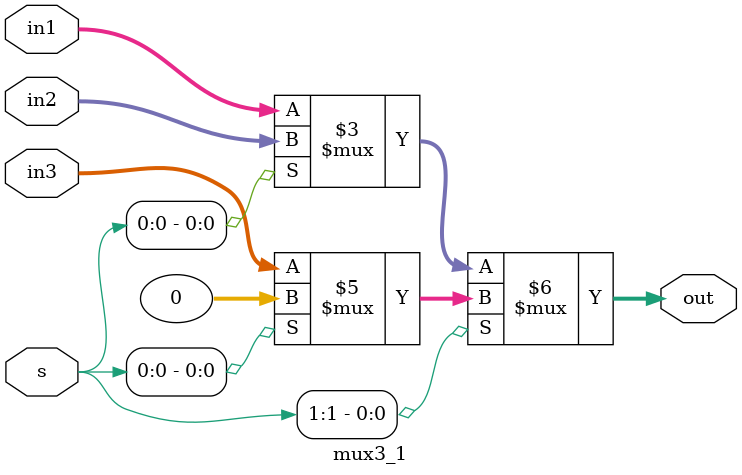
<source format=v>
module mux3_1(in1, in2, in3, s, out);

    input [31:0] in1, in2, in3;
    input [1:0] s;

    output wire [31:0] out;

    //                                        00    01                    10    11
    assign out = (s[1] == 0) ? ((s[0] == 0) ? in1 : in2) : ((s[0] == 0) ? in3 : 0);

endmodule
</source>
